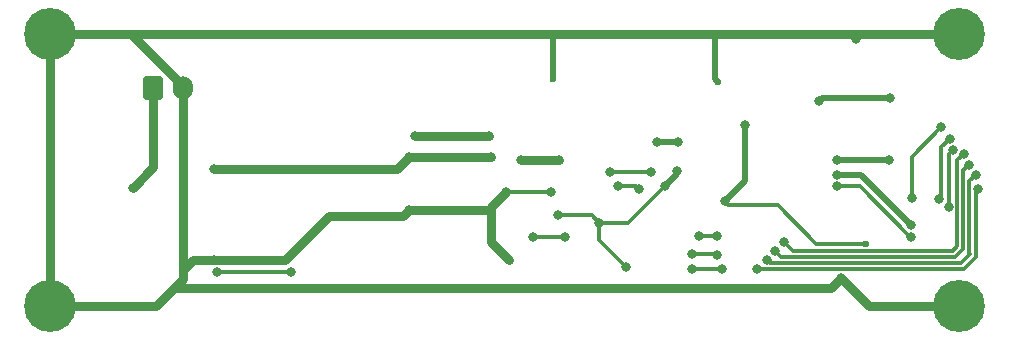
<source format=gbr>
%TF.GenerationSoftware,KiCad,Pcbnew,8.0.7*%
%TF.CreationDate,2025-04-02T16:36:19-05:00*%
%TF.ProjectId,love-letters,6c6f7665-2d6c-4657-9474-6572732e6b69,rev?*%
%TF.SameCoordinates,Original*%
%TF.FileFunction,Copper,L2,Bot*%
%TF.FilePolarity,Positive*%
%FSLAX46Y46*%
G04 Gerber Fmt 4.6, Leading zero omitted, Abs format (unit mm)*
G04 Created by KiCad (PCBNEW 8.0.7) date 2025-04-02 16:36:19*
%MOMM*%
%LPD*%
G01*
G04 APERTURE LIST*
G04 Aperture macros list*
%AMRoundRect*
0 Rectangle with rounded corners*
0 $1 Rounding radius*
0 $2 $3 $4 $5 $6 $7 $8 $9 X,Y pos of 4 corners*
0 Add a 4 corners polygon primitive as box body*
4,1,4,$2,$3,$4,$5,$6,$7,$8,$9,$2,$3,0*
0 Add four circle primitives for the rounded corners*
1,1,$1+$1,$2,$3*
1,1,$1+$1,$4,$5*
1,1,$1+$1,$6,$7*
1,1,$1+$1,$8,$9*
0 Add four rect primitives between the rounded corners*
20,1,$1+$1,$2,$3,$4,$5,0*
20,1,$1+$1,$4,$5,$6,$7,0*
20,1,$1+$1,$6,$7,$8,$9,0*
20,1,$1+$1,$8,$9,$2,$3,0*%
G04 Aperture macros list end*
%TA.AperFunction,ComponentPad*%
%ADD10C,4.400000*%
%TD*%
%TA.AperFunction,ComponentPad*%
%ADD11RoundRect,0.250000X-0.600000X-0.750000X0.600000X-0.750000X0.600000X0.750000X-0.600000X0.750000X0*%
%TD*%
%TA.AperFunction,ComponentPad*%
%ADD12O,1.700000X2.000000*%
%TD*%
%TA.AperFunction,ViaPad*%
%ADD13C,0.600000*%
%TD*%
%TA.AperFunction,ViaPad*%
%ADD14C,0.800000*%
%TD*%
%TA.AperFunction,Conductor*%
%ADD15C,0.500000*%
%TD*%
%TA.AperFunction,Conductor*%
%ADD16C,0.800000*%
%TD*%
%TA.AperFunction,Conductor*%
%ADD17C,0.300000*%
%TD*%
G04 APERTURE END LIST*
D10*
%TO.P,H3,1,1*%
%TO.N,GND*%
X118000000Y-70000000D03*
%TD*%
%TO.P,H4,1,1*%
%TO.N,GND*%
X118000000Y-47000000D03*
%TD*%
%TO.P,H1,1,1*%
%TO.N,GND*%
X41000000Y-47000000D03*
%TD*%
D11*
%TO.P,J2,1,Pin_1*%
%TO.N,Net-(J2-Pin_1)*%
X49750000Y-51532500D03*
D12*
%TO.P,J2,2,Pin_2*%
%TO.N,GND*%
X52250000Y-51532500D03*
%TD*%
D10*
%TO.P,H2,1,1*%
%TO.N,GND*%
X41000000Y-70000000D03*
%TD*%
D13*
%TO.N,GND*%
X83566000Y-50800000D03*
X97536000Y-51054000D03*
%TO.N,3V3_OUT*%
X110075000Y-64725000D03*
D14*
%TO.N,/RST*%
X90875000Y-60125000D03*
X89125000Y-59875000D03*
%TO.N,VCC*%
X84125000Y-57625000D03*
X81875000Y-64125000D03*
X84625000Y-64125000D03*
X80875000Y-57625000D03*
%TO.N,/DC*%
X91875000Y-58625000D03*
X88375000Y-58625000D03*
%TO.N,3V3_OUT*%
X97875000Y-66875000D03*
X99800000Y-54700000D03*
X98110837Y-61140856D03*
X95375000Y-66875000D03*
%TO.N,GND*%
X84012500Y-62300000D03*
X93088419Y-59811581D03*
X109225000Y-47375000D03*
X79875000Y-66125000D03*
X113975000Y-60875000D03*
X87500000Y-62950000D03*
X107975000Y-67625000D03*
X60875000Y-66125000D03*
X79625000Y-60375000D03*
X83375000Y-60375000D03*
X89800000Y-66700000D03*
X116475000Y-54875000D03*
X94100000Y-58600000D03*
X71375000Y-61875000D03*
X54875000Y-66125000D03*
%TO.N,VCC_INT*%
X78125000Y-55625000D03*
X71875000Y-55625000D03*
%TO.N,/CS*%
X95375000Y-65625000D03*
X97456165Y-65706165D03*
%TO.N,/VGH*%
X112025000Y-57625000D03*
X107625000Y-57625000D03*
%TO.N,/VGL*%
X106125000Y-52625000D03*
X112125000Y-52375000D03*
%TO.N,/GDR*%
X113875000Y-64125000D03*
X107625000Y-59875000D03*
%TO.N,/SCK'*%
X117426314Y-56808772D03*
X117082109Y-61625000D03*
%TO.N,/RST'*%
X119375000Y-58875000D03*
X101707053Y-66125000D03*
%TO.N,/DC'*%
X118820298Y-58042947D03*
X102375000Y-65375000D03*
%TO.N,/BUSY'*%
X119582109Y-60082109D03*
X100875000Y-66875000D03*
%TO.N,/RESE*%
X94171582Y-56088290D03*
X92375000Y-56121496D03*
X107625000Y-58875000D03*
X113875000Y-63125000D03*
%TO.N,/CS'*%
X118375000Y-57125000D03*
X103125000Y-64625000D03*
%TO.N,/DIN'*%
X116267952Y-60908292D03*
X117215563Y-55831230D03*
%TO.N,+BATT*%
X71375000Y-57375000D03*
X54875000Y-58375000D03*
X78375000Y-57375000D03*
%TO.N,/SCK*%
X95936580Y-64063420D03*
X97436580Y-64118908D03*
%TO.N,/BAT_MEAS*%
X61375000Y-67125000D03*
X55125000Y-67125000D03*
%TO.N,Net-(J2-Pin_1)*%
X48000000Y-60000000D03*
%TD*%
D15*
%TO.N,GND*%
X83566000Y-50800000D02*
X83566000Y-47000000D01*
D16*
X41000000Y-47000000D02*
X83566000Y-47000000D01*
X83566000Y-47000000D02*
X97282000Y-47000000D01*
X97282000Y-47000000D02*
X118000000Y-47000000D01*
D15*
X97536000Y-51054000D02*
X97282000Y-50800000D01*
X97282000Y-50800000D02*
X97282000Y-47000000D01*
D17*
%TO.N,3V3_OUT*%
X102616000Y-61468000D02*
X98437981Y-61468000D01*
X105873000Y-64725000D02*
X102616000Y-61468000D01*
X98437981Y-61468000D02*
X98110837Y-61140856D01*
X110075000Y-64725000D02*
X105873000Y-64725000D01*
%TO.N,/RST*%
X89125000Y-59875000D02*
X90625000Y-59875000D01*
X90625000Y-59875000D02*
X90875000Y-60125000D01*
D16*
%TO.N,VCC*%
X84125000Y-57625000D02*
X80875000Y-57625000D01*
D17*
X84625000Y-64125000D02*
X81875000Y-64125000D01*
%TO.N,/DC*%
X88375000Y-58625000D02*
X91875000Y-58625000D01*
%TO.N,3V3_OUT*%
X97875000Y-66875000D02*
X95375000Y-66875000D01*
D15*
X99800000Y-59451693D02*
X98110837Y-61140856D01*
X99800000Y-54700000D02*
X99800000Y-59451693D01*
D17*
%TO.N,GND*%
X89950000Y-62950000D02*
X93088419Y-59811581D01*
D16*
X107100000Y-68500000D02*
X107975000Y-67625000D01*
X78375000Y-62125000D02*
X78375000Y-61625000D01*
X78375000Y-61625000D02*
X79625000Y-60375000D01*
D17*
X86850000Y-62300000D02*
X87500000Y-62950000D01*
D16*
X78125000Y-61875000D02*
X78375000Y-62125000D01*
X51500000Y-68500000D02*
X52250000Y-67750000D01*
X52250000Y-67750000D02*
X52250000Y-67000000D01*
D17*
X87500000Y-62950000D02*
X87500000Y-64400000D01*
D16*
X78375000Y-64625000D02*
X79875000Y-66125000D01*
X70875000Y-62375000D02*
X64625000Y-62375000D01*
X52250000Y-67000000D02*
X52250000Y-51532500D01*
X71375000Y-61875000D02*
X78125000Y-61875000D01*
X47867500Y-47000000D02*
X52250000Y-51382500D01*
D17*
X113975000Y-57375000D02*
X116475000Y-54875000D01*
D16*
X41000000Y-47000000D02*
X47867500Y-47000000D01*
X110350000Y-70000000D02*
X118000000Y-70000000D01*
D17*
X84012500Y-62300000D02*
X86850000Y-62300000D01*
D16*
X78375000Y-64625000D02*
X78375000Y-62125000D01*
X107975000Y-67625000D02*
X110350000Y-70000000D01*
X51500000Y-68500000D02*
X107100000Y-68500000D01*
X54875000Y-66125000D02*
X60875000Y-66125000D01*
X64625000Y-62375000D02*
X60875000Y-66125000D01*
X52250000Y-51382500D02*
X52250000Y-51532500D01*
X53125000Y-66125000D02*
X54875000Y-66125000D01*
X52250000Y-67000000D02*
X53125000Y-66125000D01*
X50000000Y-70000000D02*
X51500000Y-68500000D01*
D15*
X94100000Y-58800000D02*
X93088419Y-59811581D01*
X94100000Y-58600000D02*
X94100000Y-58800000D01*
D17*
X87500000Y-62950000D02*
X89950000Y-62950000D01*
X113975000Y-60875000D02*
X113975000Y-57375000D01*
D16*
X41000000Y-47000000D02*
X41000000Y-70000000D01*
X49000000Y-70000000D02*
X50000000Y-70000000D01*
D17*
X87500000Y-64400000D02*
X89800000Y-66700000D01*
D16*
X41000000Y-70000000D02*
X49000000Y-70000000D01*
X71375000Y-61875000D02*
X70875000Y-62375000D01*
D17*
X79625000Y-60375000D02*
X83375000Y-60375000D01*
D16*
%TO.N,VCC_INT*%
X71875000Y-55625000D02*
X78125000Y-55625000D01*
D17*
%TO.N,/CS*%
X97375000Y-65625000D02*
X95375000Y-65625000D01*
X97456165Y-65706165D02*
X97375000Y-65625000D01*
D15*
%TO.N,/VGH*%
X107625000Y-57625000D02*
X112025000Y-57625000D01*
%TO.N,/VGL*%
X106125000Y-52625000D02*
X106375000Y-52375000D01*
X106375000Y-52375000D02*
X112125000Y-52375000D01*
D17*
%TO.N,/GDR*%
X109564339Y-59875000D02*
X113814339Y-64125000D01*
X113814339Y-64125000D02*
X113875000Y-64125000D01*
X107625000Y-59875000D02*
X109564339Y-59875000D01*
%TO.N,/SCK'*%
X117082109Y-61625000D02*
X117082109Y-57152977D01*
X117082109Y-57152977D02*
X117426314Y-56808772D01*
%TO.N,/RST'*%
X119375000Y-58875000D02*
X118832109Y-59417891D01*
X118832109Y-59417891D02*
X118832109Y-65582109D01*
X118832109Y-65582109D02*
X118875000Y-65625000D01*
X101957053Y-66375000D02*
X101707053Y-66125000D01*
X118875000Y-65625000D02*
X118125000Y-66375000D01*
X118125000Y-66375000D02*
X101957053Y-66375000D01*
%TO.N,/DC'*%
X118820298Y-58042947D02*
X118332109Y-58531136D01*
X102875000Y-65875000D02*
X102375000Y-65375000D01*
X118332109Y-65167891D02*
X117625000Y-65875000D01*
X117625000Y-65875000D02*
X102875000Y-65875000D01*
X118332109Y-58531136D02*
X118332109Y-65167891D01*
%TO.N,/BUSY'*%
X119375000Y-65875000D02*
X118375000Y-66875000D01*
X119582109Y-60082109D02*
X119375000Y-60289218D01*
X119375000Y-60289218D02*
X119375000Y-65875000D01*
X118375000Y-66875000D02*
X100875000Y-66875000D01*
D15*
%TO.N,/RESE*%
X94138376Y-56121496D02*
X94171582Y-56088290D01*
X107625000Y-58875000D02*
X109625000Y-58875000D01*
X92375000Y-56121496D02*
X94138376Y-56121496D01*
X109625000Y-58875000D02*
X113875000Y-63125000D01*
D17*
%TO.N,/CS'*%
X117832109Y-57667891D02*
X117832109Y-64960785D01*
X118375000Y-57125000D02*
X117832109Y-57667891D01*
X117832109Y-64960785D02*
X117417894Y-65375000D01*
X103875000Y-65375000D02*
X103125000Y-64625000D01*
X117417894Y-65375000D02*
X103875000Y-65375000D01*
%TO.N,/DIN'*%
X116475000Y-60701244D02*
X116267952Y-60908292D01*
X116475000Y-56571793D02*
X116475000Y-60701244D01*
X117215563Y-55831230D02*
X116475000Y-56571793D01*
D16*
%TO.N,+BATT*%
X71375000Y-57375000D02*
X78375000Y-57375000D01*
X70375000Y-58375000D02*
X71375000Y-57375000D01*
X54875000Y-58375000D02*
X70375000Y-58375000D01*
D17*
%TO.N,/SCK*%
X95992068Y-64118908D02*
X95936580Y-64063420D01*
X97436580Y-64118908D02*
X95992068Y-64118908D01*
%TO.N,/BAT_MEAS*%
X61375000Y-67125000D02*
X55125000Y-67125000D01*
D16*
%TO.N,Net-(J2-Pin_1)*%
X49750000Y-58250000D02*
X48000000Y-60000000D01*
X49750000Y-51532500D02*
X49750000Y-58250000D01*
%TD*%
M02*

</source>
